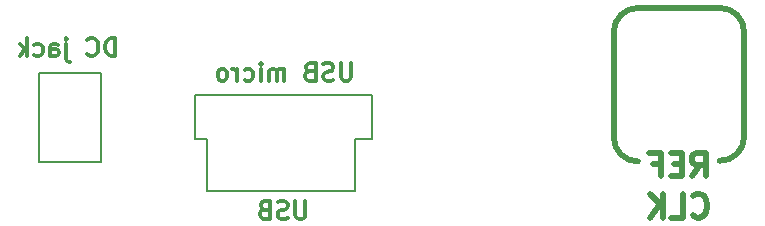
<source format=gbo>
G04 #@! TF.FileFunction,Legend,Bot*
%FSLAX46Y46*%
G04 Gerber Fmt 4.6, Leading zero omitted, Abs format (unit mm)*
G04 Created by KiCad (PCBNEW no-bzr-kicad_new3d-viewer) date 07/10/16 17:39:31*
%MOMM*%
%LPD*%
G01*
G04 APERTURE LIST*
%ADD10C,0.150000*%
%ADD11C,0.300000*%
%ADD12C,0.500000*%
G04 APERTURE END LIST*
D10*
X136411900Y-87760340D02*
X137911900Y-87760340D01*
X122911900Y-87760340D02*
X123911900Y-87760340D01*
D11*
X132254757Y-93038911D02*
X132254757Y-94253197D01*
X132183328Y-94396054D01*
X132111900Y-94467482D01*
X131969042Y-94538911D01*
X131683328Y-94538911D01*
X131540471Y-94467482D01*
X131469042Y-94396054D01*
X131397614Y-94253197D01*
X131397614Y-93038911D01*
X130754757Y-94467482D02*
X130540471Y-94538911D01*
X130183328Y-94538911D01*
X130040471Y-94467482D01*
X129969042Y-94396054D01*
X129897614Y-94253197D01*
X129897614Y-94110340D01*
X129969042Y-93967482D01*
X130040471Y-93896054D01*
X130183328Y-93824625D01*
X130469042Y-93753197D01*
X130611900Y-93681768D01*
X130683328Y-93610340D01*
X130754757Y-93467482D01*
X130754757Y-93324625D01*
X130683328Y-93181768D01*
X130611900Y-93110340D01*
X130469042Y-93038911D01*
X130111900Y-93038911D01*
X129897614Y-93110340D01*
X128754757Y-93753197D02*
X128540471Y-93824625D01*
X128469042Y-93896054D01*
X128397614Y-94038911D01*
X128397614Y-94253197D01*
X128469042Y-94396054D01*
X128540471Y-94467482D01*
X128683328Y-94538911D01*
X129254757Y-94538911D01*
X129254757Y-93038911D01*
X128754757Y-93038911D01*
X128611900Y-93110340D01*
X128540471Y-93181768D01*
X128469042Y-93324625D01*
X128469042Y-93467482D01*
X128540471Y-93610340D01*
X128611900Y-93681768D01*
X128754757Y-93753197D01*
X129254757Y-93753197D01*
D10*
X123911900Y-92160340D02*
X123911900Y-87760340D01*
X136411900Y-92160340D02*
X136411900Y-87760340D01*
X123911900Y-92160340D02*
X136411900Y-92160340D01*
D11*
X116161900Y-80738911D02*
X116161900Y-79238911D01*
X115804757Y-79238911D01*
X115590471Y-79310340D01*
X115447614Y-79453197D01*
X115376185Y-79596054D01*
X115304757Y-79881768D01*
X115304757Y-80096054D01*
X115376185Y-80381768D01*
X115447614Y-80524625D01*
X115590471Y-80667482D01*
X115804757Y-80738911D01*
X116161900Y-80738911D01*
X113804757Y-80596054D02*
X113876185Y-80667482D01*
X114090471Y-80738911D01*
X114233328Y-80738911D01*
X114447614Y-80667482D01*
X114590471Y-80524625D01*
X114661900Y-80381768D01*
X114733328Y-80096054D01*
X114733328Y-79881768D01*
X114661900Y-79596054D01*
X114590471Y-79453197D01*
X114447614Y-79310340D01*
X114233328Y-79238911D01*
X114090471Y-79238911D01*
X113876185Y-79310340D01*
X113804757Y-79381768D01*
X112019042Y-79738911D02*
X112019042Y-81024625D01*
X112090471Y-81167482D01*
X112233328Y-81238911D01*
X112304757Y-81238911D01*
X112019042Y-79238911D02*
X112090471Y-79310340D01*
X112019042Y-79381768D01*
X111947614Y-79310340D01*
X112019042Y-79238911D01*
X112019042Y-79381768D01*
X110661900Y-80738911D02*
X110661900Y-79953197D01*
X110733328Y-79810340D01*
X110876185Y-79738911D01*
X111161900Y-79738911D01*
X111304757Y-79810340D01*
X110661900Y-80667482D02*
X110804757Y-80738911D01*
X111161900Y-80738911D01*
X111304757Y-80667482D01*
X111376185Y-80524625D01*
X111376185Y-80381768D01*
X111304757Y-80238911D01*
X111161900Y-80167482D01*
X110804757Y-80167482D01*
X110661900Y-80096054D01*
X109304757Y-80667482D02*
X109447614Y-80738911D01*
X109733328Y-80738911D01*
X109876185Y-80667482D01*
X109947614Y-80596054D01*
X110019042Y-80453197D01*
X110019042Y-80024625D01*
X109947614Y-79881768D01*
X109876185Y-79810340D01*
X109733328Y-79738911D01*
X109447614Y-79738911D01*
X109304757Y-79810340D01*
X108661900Y-80738911D02*
X108661900Y-79238911D01*
X108519042Y-80167482D02*
X108090471Y-80738911D01*
X108090471Y-79738911D02*
X108661900Y-80310340D01*
D10*
X109711900Y-89760340D02*
X114911900Y-89760340D01*
X109711900Y-82160340D02*
X109711900Y-89760340D01*
X114911900Y-82160340D02*
X109711900Y-82160340D01*
X114911900Y-89760340D02*
X114911900Y-82160340D01*
D11*
X136119042Y-81338911D02*
X136119042Y-82553197D01*
X136047614Y-82696054D01*
X135976185Y-82767482D01*
X135833328Y-82838911D01*
X135547614Y-82838911D01*
X135404757Y-82767482D01*
X135333328Y-82696054D01*
X135261900Y-82553197D01*
X135261900Y-81338911D01*
X134619042Y-82767482D02*
X134404757Y-82838911D01*
X134047614Y-82838911D01*
X133904757Y-82767482D01*
X133833328Y-82696054D01*
X133761900Y-82553197D01*
X133761900Y-82410340D01*
X133833328Y-82267482D01*
X133904757Y-82196054D01*
X134047614Y-82124625D01*
X134333328Y-82053197D01*
X134476185Y-81981768D01*
X134547614Y-81910340D01*
X134619042Y-81767482D01*
X134619042Y-81624625D01*
X134547614Y-81481768D01*
X134476185Y-81410340D01*
X134333328Y-81338911D01*
X133976185Y-81338911D01*
X133761900Y-81410340D01*
X132619042Y-82053197D02*
X132404757Y-82124625D01*
X132333328Y-82196054D01*
X132261900Y-82338911D01*
X132261900Y-82553197D01*
X132333328Y-82696054D01*
X132404757Y-82767482D01*
X132547614Y-82838911D01*
X133119042Y-82838911D01*
X133119042Y-81338911D01*
X132619042Y-81338911D01*
X132476185Y-81410340D01*
X132404757Y-81481768D01*
X132333328Y-81624625D01*
X132333328Y-81767482D01*
X132404757Y-81910340D01*
X132476185Y-81981768D01*
X132619042Y-82053197D01*
X133119042Y-82053197D01*
X130476185Y-82838911D02*
X130476185Y-81838911D01*
X130476185Y-81981768D02*
X130404757Y-81910340D01*
X130261900Y-81838911D01*
X130047614Y-81838911D01*
X129904757Y-81910340D01*
X129833328Y-82053197D01*
X129833328Y-82838911D01*
X129833328Y-82053197D02*
X129761900Y-81910340D01*
X129619042Y-81838911D01*
X129404757Y-81838911D01*
X129261900Y-81910340D01*
X129190471Y-82053197D01*
X129190471Y-82838911D01*
X128476185Y-82838911D02*
X128476185Y-81838911D01*
X128476185Y-81338911D02*
X128547614Y-81410340D01*
X128476185Y-81481768D01*
X128404757Y-81410340D01*
X128476185Y-81338911D01*
X128476185Y-81481768D01*
X127119042Y-82767482D02*
X127261900Y-82838911D01*
X127547614Y-82838911D01*
X127690471Y-82767482D01*
X127761900Y-82696054D01*
X127833328Y-82553197D01*
X127833328Y-82124625D01*
X127761900Y-81981768D01*
X127690471Y-81910340D01*
X127547614Y-81838911D01*
X127261900Y-81838911D01*
X127119042Y-81910340D01*
X126476185Y-82838911D02*
X126476185Y-81838911D01*
X126476185Y-82124625D02*
X126404757Y-81981768D01*
X126333328Y-81910340D01*
X126190471Y-81838911D01*
X126047614Y-81838911D01*
X125333328Y-82838911D02*
X125476185Y-82767482D01*
X125547614Y-82696054D01*
X125619042Y-82553197D01*
X125619042Y-82124625D01*
X125547614Y-81981768D01*
X125476185Y-81910340D01*
X125333328Y-81838911D01*
X125119042Y-81838911D01*
X124976185Y-81910340D01*
X124904757Y-81981768D01*
X124833328Y-82124625D01*
X124833328Y-82553197D01*
X124904757Y-82696054D01*
X124976185Y-82767482D01*
X125119042Y-82838911D01*
X125333328Y-82838911D01*
D10*
X122911900Y-84060340D02*
X122911900Y-87760340D01*
X137911900Y-84060340D02*
X122911900Y-84060340D01*
X137911900Y-87760340D02*
X137911900Y-84060340D01*
D12*
X167358348Y-76679154D02*
G75*
G02X169408348Y-78779764I0J-2050610D01*
G01*
X167358348Y-76679764D02*
X160458348Y-76679764D01*
X158357738Y-78729764D02*
G75*
G02X160458348Y-76679764I2050610J0D01*
G01*
X160408348Y-89679764D02*
G75*
G02X158358348Y-87579154I0J2050610D01*
G01*
X158358348Y-87579764D02*
X158358348Y-78729764D01*
X169408348Y-87529764D02*
X169408348Y-78779764D01*
X169408958Y-87579154D02*
G75*
G02X167308348Y-89629154I-2050610J0D01*
G01*
X165001205Y-90934525D02*
X165667871Y-89982144D01*
X166144062Y-90934525D02*
X166144062Y-88934525D01*
X165382157Y-88934525D01*
X165191681Y-89029764D01*
X165096443Y-89125002D01*
X165001205Y-89315478D01*
X165001205Y-89601192D01*
X165096443Y-89791668D01*
X165191681Y-89886906D01*
X165382157Y-89982144D01*
X166144062Y-89982144D01*
X164144062Y-89886906D02*
X163477395Y-89886906D01*
X163191681Y-90934525D02*
X164144062Y-90934525D01*
X164144062Y-88934525D01*
X163191681Y-88934525D01*
X161667871Y-89886906D02*
X162334538Y-89886906D01*
X162334538Y-90934525D02*
X162334538Y-88934525D01*
X161382157Y-88934525D01*
X165048824Y-94244049D02*
X165144062Y-94339287D01*
X165429776Y-94434525D01*
X165620252Y-94434525D01*
X165905967Y-94339287D01*
X166096443Y-94148811D01*
X166191681Y-93958335D01*
X166286919Y-93577383D01*
X166286919Y-93291668D01*
X166191681Y-92910716D01*
X166096443Y-92720240D01*
X165905967Y-92529764D01*
X165620252Y-92434525D01*
X165429776Y-92434525D01*
X165144062Y-92529764D01*
X165048824Y-92625002D01*
X163239300Y-94434525D02*
X164191681Y-94434525D01*
X164191681Y-92434525D01*
X162572633Y-94434525D02*
X162572633Y-92434525D01*
X161429776Y-94434525D02*
X162286919Y-93291668D01*
X161429776Y-92434525D02*
X162572633Y-93577383D01*
M02*

</source>
